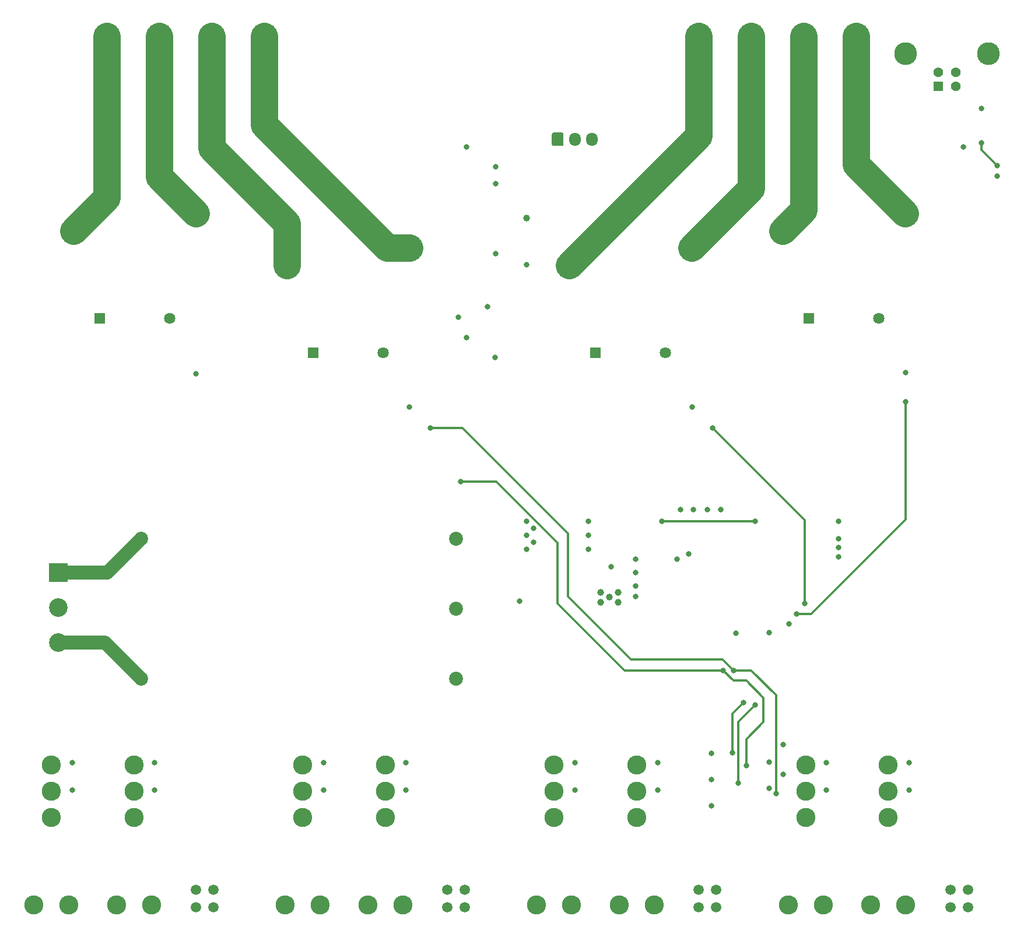
<source format=gbl>
%TF.GenerationSoftware,KiCad,Pcbnew,5.1.10-88a1d61d58~90~ubuntu20.04.1*%
%TF.CreationDate,2021-10-18T00:45:22+03:00*%
%TF.ProjectId,PRS_relay_board,5052535f-7265-46c6-9179-5f626f617264,rev?*%
%TF.SameCoordinates,Original*%
%TF.FileFunction,Copper,L4,Bot*%
%TF.FilePolarity,Positive*%
%FSLAX46Y46*%
G04 Gerber Fmt 4.6, Leading zero omitted, Abs format (unit mm)*
G04 Created by KiCad (PCBNEW 5.1.10-88a1d61d58~90~ubuntu20.04.1) date 2021-10-18 00:45:22*
%MOMM*%
%LPD*%
G01*
G04 APERTURE LIST*
%TA.AperFunction,ComponentPad*%
%ADD10C,2.775000*%
%TD*%
%TA.AperFunction,ComponentPad*%
%ADD11C,1.800000*%
%TD*%
%TA.AperFunction,ComponentPad*%
%ADD12C,3.316000*%
%TD*%
%TA.AperFunction,ComponentPad*%
%ADD13C,1.428000*%
%TD*%
%TA.AperFunction,ComponentPad*%
%ADD14R,1.428000X1.428000*%
%TD*%
%TA.AperFunction,ComponentPad*%
%ADD15C,2.400000*%
%TD*%
%TA.AperFunction,ComponentPad*%
%ADD16C,3.076000*%
%TD*%
%TA.AperFunction,ComponentPad*%
%ADD17C,2.970000*%
%TD*%
%TA.AperFunction,ComponentPad*%
%ADD18R,1.635000X1.635000*%
%TD*%
%TA.AperFunction,ComponentPad*%
%ADD19C,1.635000*%
%TD*%
%TA.AperFunction,ComponentPad*%
%ADD20C,2.700000*%
%TD*%
%TA.AperFunction,ComponentPad*%
%ADD21R,2.700000X2.700000*%
%TD*%
%TA.AperFunction,ComponentPad*%
%ADD22C,1.500000*%
%TD*%
%TA.AperFunction,ComponentPad*%
%ADD23C,2.025000*%
%TD*%
%TA.AperFunction,ComponentPad*%
%ADD24O,1.700000X1.950000*%
%TD*%
%TA.AperFunction,ViaPad*%
%ADD25C,0.800000*%
%TD*%
%TA.AperFunction,ViaPad*%
%ADD26C,1.000000*%
%TD*%
%TA.AperFunction,Conductor*%
%ADD27C,2.000000*%
%TD*%
%TA.AperFunction,Conductor*%
%ADD28C,0.350000*%
%TD*%
%TA.AperFunction,Conductor*%
%ADD29C,4.000000*%
%TD*%
G04 APERTURE END LIST*
D10*
%TO.P,S8,1*%
%TO.N,Net-(S8-Pad1)*%
X188500000Y-168500000D03*
%TO.P,S8,2*%
%TO.N,Net-(R34-Pad2)*%
X188500000Y-164690000D03*
%TO.P,S8,3*%
%TO.N,GND*%
X188500000Y-160880000D03*
%TO.P,S8,MH1*%
%TO.N,Net-(S8-PadMH1)*%
X191040000Y-181200000D03*
%TO.P,S8,MH2*%
%TO.N,Net-(S8-PadMH2)*%
X185960000Y-181200000D03*
%TD*%
%TO.P,S7,1*%
%TO.N,Net-(S7-Pad1)*%
X176500000Y-168500000D03*
%TO.P,S7,2*%
%TO.N,Net-(R33-Pad2)*%
X176500000Y-164690000D03*
%TO.P,S7,3*%
%TO.N,GND*%
X176500000Y-160880000D03*
%TO.P,S7,MH1*%
%TO.N,Net-(S7-PadMH1)*%
X179040000Y-181200000D03*
%TO.P,S7,MH2*%
%TO.N,Net-(S7-PadMH2)*%
X173960000Y-181200000D03*
%TD*%
%TO.P,S6,1*%
%TO.N,Net-(S6-Pad1)*%
X152000000Y-168500000D03*
%TO.P,S6,2*%
%TO.N,Net-(R29-Pad2)*%
X152000000Y-164690000D03*
%TO.P,S6,3*%
%TO.N,GND*%
X152000000Y-160880000D03*
%TO.P,S6,MH1*%
%TO.N,Net-(S6-PadMH1)*%
X154540000Y-181200000D03*
%TO.P,S6,MH2*%
%TO.N,Net-(S6-PadMH2)*%
X149460000Y-181200000D03*
%TD*%
%TO.P,S5,1*%
%TO.N,Net-(S5-Pad1)*%
X140000000Y-168500000D03*
%TO.P,S5,2*%
%TO.N,Net-(R28-Pad2)*%
X140000000Y-164690000D03*
%TO.P,S5,3*%
%TO.N,GND*%
X140000000Y-160880000D03*
%TO.P,S5,MH1*%
%TO.N,Net-(S5-PadMH1)*%
X142540000Y-181200000D03*
%TO.P,S5,MH2*%
%TO.N,Net-(S5-PadMH2)*%
X137460000Y-181200000D03*
%TD*%
%TO.P,S4,1*%
%TO.N,Net-(S4-Pad1)*%
X115500000Y-168500000D03*
%TO.P,S4,2*%
%TO.N,Net-(R17-Pad2)*%
X115500000Y-164690000D03*
%TO.P,S4,3*%
%TO.N,GND*%
X115500000Y-160880000D03*
%TO.P,S4,MH1*%
%TO.N,Net-(S4-PadMH1)*%
X118040000Y-181200000D03*
%TO.P,S4,MH2*%
%TO.N,Net-(S4-PadMH2)*%
X112960000Y-181200000D03*
%TD*%
%TO.P,S3,1*%
%TO.N,Net-(S3-Pad1)*%
X103500000Y-168500000D03*
%TO.P,S3,2*%
%TO.N,Net-(R16-Pad2)*%
X103500000Y-164690000D03*
%TO.P,S3,3*%
%TO.N,GND*%
X103500000Y-160880000D03*
%TO.P,S3,MH1*%
%TO.N,Net-(S3-PadMH1)*%
X106040000Y-181200000D03*
%TO.P,S3,MH2*%
%TO.N,Net-(S3-PadMH2)*%
X100960000Y-181200000D03*
%TD*%
%TO.P,S2,1*%
%TO.N,Net-(S2-Pad1)*%
X79000000Y-168500000D03*
%TO.P,S2,2*%
%TO.N,Net-(R7-Pad2)*%
X79000000Y-164690000D03*
%TO.P,S2,3*%
%TO.N,GND*%
X79000000Y-160880000D03*
%TO.P,S2,MH1*%
%TO.N,Net-(S2-PadMH1)*%
X81540000Y-181200000D03*
%TO.P,S2,MH2*%
%TO.N,Net-(S2-PadMH2)*%
X76460000Y-181200000D03*
%TD*%
%TO.P,S1,1*%
%TO.N,Net-(S1-Pad1)*%
X67000000Y-168500000D03*
%TO.P,S1,2*%
%TO.N,Net-(R6-Pad2)*%
X67000000Y-164690000D03*
%TO.P,S1,3*%
%TO.N,GND*%
X67000000Y-160880000D03*
%TO.P,S1,MH1*%
%TO.N,Net-(S1-PadMH1)*%
X69540000Y-181200000D03*
%TO.P,S1,MH2*%
%TO.N,Net-(S1-PadMH2)*%
X64460000Y-181200000D03*
%TD*%
D11*
%TO.P,RV4,2*%
%TO.N,/Relays/RELAY4_NO*%
X82500000Y-66100000D03*
%TO.P,RV4,1*%
%TO.N,/Relays/RELAY4_COM*%
X75000000Y-63000000D03*
%TD*%
%TO.P,RV3,2*%
%TO.N,/Relays/RELAY3_NO*%
X97800000Y-66100000D03*
%TO.P,RV3,1*%
%TO.N,/Relays/RELAY3_COM*%
X90300000Y-63000000D03*
%TD*%
%TO.P,RV2,2*%
%TO.N,/Relays/RELAY2_NO*%
X168500000Y-66100000D03*
%TO.P,RV2,1*%
%TO.N,/Relays/RELAY2_COM*%
X161000000Y-63000000D03*
%TD*%
%TO.P,RV1,2*%
%TO.N,/Relays/RELAY1_NO*%
X183800000Y-66100000D03*
%TO.P,RV1,1*%
%TO.N,/Relays/RELAY1_COM*%
X176300000Y-63000000D03*
%TD*%
D12*
%TO.P,J3,SH2*%
%TO.N,Net-(J3-PadSH1)*%
X191000000Y-57590000D03*
%TO.P,J3,SH1*%
X203040000Y-57590000D03*
D13*
%TO.P,J3,4*%
%TO.N,GND*%
X195770000Y-60300000D03*
%TO.P,J3,3*%
%TO.N,/MCU/EXT_USB_D+*%
X198270000Y-60300000D03*
D14*
%TO.P,J3,1*%
%TO.N,/MCU/VBUS*%
X195770000Y-62300000D03*
D13*
%TO.P,J3,2*%
%TO.N,/MCU/EXT_USB_D-*%
X198270000Y-62300000D03*
%TD*%
D15*
%TO.P,J2,4*%
%TO.N,/Relays/RELAY3_NO*%
X97860000Y-55000000D03*
%TO.P,J2,3*%
%TO.N,/Relays/RELAY3_COM*%
X90240000Y-55000000D03*
%TO.P,J2,2*%
%TO.N,/Relays/RELAY4_NO*%
X82620000Y-55000000D03*
%TO.P,J2,1*%
%TO.N,/Relays/RELAY4_COM*%
X75000000Y-55000000D03*
%TD*%
%TO.P,J1,4*%
%TO.N,/Relays/RELAY1_NO*%
X183860000Y-55000000D03*
%TO.P,J1,3*%
%TO.N,/Relays/RELAY1_COM*%
X176240000Y-55000000D03*
%TO.P,J1,2*%
%TO.N,/Relays/RELAY2_NO*%
X168620000Y-55000000D03*
%TO.P,J1,1*%
%TO.N,/Relays/RELAY2_COM*%
X161000000Y-55000000D03*
%TD*%
D16*
%TO.P,K4,NO*%
%TO.N,/Relays/RELAY4_NO*%
X87970000Y-80760000D03*
D17*
%TO.P,K4,C*%
%TO.N,/Relays/RELAY4_COM*%
X70190000Y-83300000D03*
D18*
%TO.P,K4,A1*%
%TO.N,+12V*%
X74000000Y-96000000D03*
D19*
%TO.P,K4,A2*%
%TO.N,Net-(D8-Pad1)*%
X84160000Y-96000000D03*
%TD*%
D16*
%TO.P,K3,NO*%
%TO.N,/Relays/RELAY3_NO*%
X118970000Y-85760000D03*
D17*
%TO.P,K3,C*%
%TO.N,/Relays/RELAY3_COM*%
X101190000Y-88300000D03*
D18*
%TO.P,K3,A1*%
%TO.N,+12V*%
X105000000Y-101000000D03*
D19*
%TO.P,K3,A2*%
%TO.N,Net-(D6-Pad1)*%
X115160000Y-101000000D03*
%TD*%
D16*
%TO.P,K2,NO*%
%TO.N,/Relays/RELAY2_NO*%
X159970000Y-85760000D03*
D17*
%TO.P,K2,C*%
%TO.N,/Relays/RELAY2_COM*%
X142190000Y-88300000D03*
D18*
%TO.P,K2,A1*%
%TO.N,+12V*%
X146000000Y-101000000D03*
D19*
%TO.P,K2,A2*%
%TO.N,Net-(D4-Pad1)*%
X156160000Y-101000000D03*
%TD*%
D16*
%TO.P,K1,NO*%
%TO.N,/Relays/RELAY1_NO*%
X190970000Y-80760000D03*
D17*
%TO.P,K1,C*%
%TO.N,/Relays/RELAY1_COM*%
X173190000Y-83300000D03*
D18*
%TO.P,K1,A1*%
%TO.N,+12V*%
X177000000Y-96000000D03*
D19*
%TO.P,K1,A2*%
%TO.N,Net-(D2-Pad1)*%
X187160000Y-96000000D03*
%TD*%
D20*
%TO.P,J5,3*%
%TO.N,/Power/L*%
X68000000Y-143080000D03*
%TO.P,J5,2*%
%TO.N,Net-(J5-Pad2)*%
X68000000Y-138000000D03*
D21*
%TO.P,J5,1*%
%TO.N,/Power/N*%
X68000000Y-132920000D03*
%TD*%
D22*
%TO.P,LED4,4*%
%TO.N,GND*%
X200040000Y-178960000D03*
%TO.P,LED4,3*%
%TO.N,Net-(LED4-Pad3)*%
X197500000Y-178960000D03*
%TO.P,LED4,2*%
%TO.N,Net-(LED4-Pad2)*%
X200040000Y-181500000D03*
%TO.P,LED4,1*%
%TO.N,+3V3*%
X197500000Y-181500000D03*
%TD*%
%TO.P,LED3,4*%
%TO.N,GND*%
X163540000Y-178960000D03*
%TO.P,LED3,3*%
%TO.N,Net-(LED3-Pad3)*%
X161000000Y-178960000D03*
%TO.P,LED3,2*%
%TO.N,Net-(LED3-Pad2)*%
X163540000Y-181500000D03*
%TO.P,LED3,1*%
%TO.N,+3V3*%
X161000000Y-181500000D03*
%TD*%
%TO.P,LED2,4*%
%TO.N,GND*%
X127040000Y-178960000D03*
%TO.P,LED2,3*%
%TO.N,Net-(LED2-Pad3)*%
X124500000Y-178960000D03*
%TO.P,LED2,2*%
%TO.N,Net-(LED2-Pad2)*%
X127040000Y-181500000D03*
%TO.P,LED2,1*%
%TO.N,+3V3*%
X124500000Y-181500000D03*
%TD*%
%TO.P,LED1,4*%
%TO.N,GND*%
X90540000Y-178960000D03*
%TO.P,LED1,3*%
%TO.N,Net-(LED1-Pad3)*%
X88000000Y-178960000D03*
%TO.P,LED1,2*%
%TO.N,Net-(LED1-Pad2)*%
X90540000Y-181500000D03*
%TO.P,LED1,1*%
%TO.N,+3V3*%
X88000000Y-181500000D03*
%TD*%
D23*
%TO.P,PS1,1*%
%TO.N,/Power/N*%
X80000000Y-128000000D03*
%TO.P,PS1,2*%
%TO.N,/Power/L*%
X80000000Y-148320000D03*
%TO.P,PS1,3*%
%TO.N,Net-(PS1-Pad3)*%
X125720000Y-148320000D03*
%TO.P,PS1,4*%
%TO.N,GND*%
X125720000Y-138160000D03*
%TO.P,PS1,5*%
%TO.N,+12V*%
X125720000Y-128000000D03*
%TD*%
D24*
%TO.P,J6,3*%
%TO.N,Net-(J6-Pad3)*%
X145500000Y-70000000D03*
%TO.P,J6,2*%
%TO.N,Net-(D9-Pad1)*%
X143000000Y-70000000D03*
%TO.P,J6,1*%
%TO.N,+12V*%
%TA.AperFunction,ComponentPad*%
G36*
G01*
X139650000Y-70725000D02*
X139650000Y-69275000D01*
G75*
G02*
X139900000Y-69025000I250000J0D01*
G01*
X141100000Y-69025000D01*
G75*
G02*
X141350000Y-69275000I0J-250000D01*
G01*
X141350000Y-70725000D01*
G75*
G02*
X141100000Y-70975000I-250000J0D01*
G01*
X139900000Y-70975000D01*
G75*
G02*
X139650000Y-70725000I0J250000D01*
G01*
G37*
%TD.AperFunction*%
%TD*%
D25*
%TO.N,GND*%
X70000000Y-160500000D03*
X106500000Y-160500000D03*
X82000000Y-160500000D03*
X118500000Y-160500000D03*
X143000000Y-160500000D03*
X155000000Y-160500000D03*
X191500000Y-160500000D03*
X179500000Y-160500000D03*
X88000000Y-104000000D03*
X162800000Y-166800000D03*
X162800000Y-163000000D03*
X162800000Y-159200000D03*
X171200000Y-160450000D03*
X171200000Y-164250000D03*
D26*
X136000000Y-81400028D03*
D25*
X131500000Y-86600000D03*
X136000000Y-88200000D03*
X119000000Y-108900000D03*
X160000000Y-108900000D03*
X191000000Y-103900000D03*
X127300000Y-71100000D03*
X166400000Y-141700000D03*
X174100000Y-140400000D03*
X151800000Y-136400000D03*
X151800000Y-134900000D03*
X181300000Y-125500000D03*
X181300000Y-128000000D03*
X181300000Y-129300000D03*
X159500000Y-130200000D03*
X130300000Y-94300000D03*
X131400000Y-101700000D03*
X127300000Y-98800000D03*
X173200000Y-162200000D03*
X135000000Y-137100000D03*
X148300000Y-132100000D03*
X136000000Y-125500000D03*
X137000000Y-126500000D03*
X136000000Y-127500000D03*
X137000000Y-128500000D03*
X136000000Y-129500000D03*
X145000000Y-125500000D03*
X145000000Y-127500000D03*
X145000000Y-129500000D03*
X158300000Y-123800000D03*
X151800000Y-132900000D03*
X151800000Y-131000000D03*
X202004074Y-65504074D03*
X204300000Y-75300000D03*
X199400000Y-71100000D03*
%TO.N,+3V3*%
X70000000Y-164500000D03*
X106500000Y-164500000D03*
X82000000Y-164500000D03*
X118500000Y-164500000D03*
X143000000Y-164500000D03*
X155000000Y-164500000D03*
X191500000Y-164500000D03*
X179500000Y-164500000D03*
X171200000Y-141600000D03*
X181300000Y-130600000D03*
X160200000Y-123800000D03*
X162200000Y-123800000D03*
X126100000Y-95800000D03*
X173200000Y-157900000D03*
D26*
X146750000Y-137250000D03*
X146750000Y-135750000D03*
X149250000Y-135750000D03*
X149250000Y-137250000D03*
X148000000Y-136500000D03*
D25*
X164200000Y-123800000D03*
X157800000Y-131000000D03*
%TO.N,+12V*%
X131500000Y-76400000D03*
X131500000Y-74000000D03*
%TO.N,/MCU/VBUS*%
X202000000Y-70500000D03*
X204300000Y-73800000D03*
%TO.N,/MCU/~RST*%
X169200000Y-125500000D03*
X155600000Y-125500000D03*
%TO.N,/Front Panel/RELAY3_OUT*%
X166000000Y-147100000D03*
%TO.N,/Front Panel/RELAY4_OUT*%
X164500000Y-147100000D03*
X167900000Y-160900000D03*
X126400000Y-119700000D03*
%TO.N,/Front Panel/RELAY3_OUT*%
X172200000Y-165000000D03*
X122000000Y-111900000D03*
%TO.N,/Front Panel/RELAY2_OUT*%
X166700000Y-163500000D03*
X176400000Y-137400000D03*
X163000010Y-111900000D03*
X169200000Y-152100000D03*
%TO.N,/Front Panel/RELAY1_OUT*%
X191000000Y-108100000D03*
X165900000Y-159100000D03*
X175200000Y-138900000D03*
X167500000Y-151800000D03*
%TD*%
D27*
%TO.N,/Power/N*%
X75080000Y-132920000D02*
X80000000Y-128000000D01*
X68000000Y-132920000D02*
X75080000Y-132920000D01*
%TO.N,/Power/L*%
X74760000Y-143080000D02*
X80000000Y-148320000D01*
X68000000Y-143080000D02*
X74760000Y-143080000D01*
D28*
%TO.N,/MCU/VBUS*%
X202000000Y-71500000D02*
X204300000Y-73800000D01*
X202000000Y-70500000D02*
X202000000Y-71500000D01*
%TO.N,/MCU/~RST*%
X169200000Y-125500000D02*
X155600000Y-125500000D01*
%TO.N,/Front Panel/RELAY4_OUT*%
X164500000Y-147100000D02*
X150200000Y-147100000D01*
X150200000Y-147100000D02*
X140500000Y-137400000D01*
X140500000Y-128630998D02*
X131569002Y-119700000D01*
X140500000Y-137400000D02*
X140500000Y-128630998D01*
X131569002Y-119700000D02*
X126400000Y-119700000D01*
X164500000Y-147100000D02*
X166000000Y-148600000D01*
X166000000Y-148600000D02*
X167900000Y-148600000D01*
X167900000Y-148600000D02*
X170400000Y-151100000D01*
X170400000Y-151100000D02*
X170400000Y-154600000D01*
X167900000Y-157100000D02*
X167900000Y-160900000D01*
X170400000Y-154600000D02*
X167900000Y-157100000D01*
%TO.N,/Front Panel/RELAY3_OUT*%
X142000000Y-136400000D02*
X142000000Y-127200000D01*
X142000000Y-127200000D02*
X126700000Y-111900000D01*
X166000000Y-147100000D02*
X164400000Y-145500000D01*
X164400000Y-145500000D02*
X151100000Y-145500000D01*
X151100000Y-145500000D02*
X142000000Y-136400000D01*
X126700000Y-111900000D02*
X122000000Y-111900000D01*
X172200000Y-150700000D02*
X172200000Y-165000000D01*
X168600000Y-147100000D02*
X172200000Y-150700000D01*
X166000000Y-147100000D02*
X168600000Y-147100000D01*
%TO.N,/Front Panel/RELAY2_OUT*%
X176400000Y-137400000D02*
X176400000Y-125299990D01*
X176400000Y-125299990D02*
X163000010Y-111900000D01*
X166700000Y-154600000D02*
X166700000Y-163500000D01*
X169200000Y-152100000D02*
X166700000Y-154600000D01*
%TO.N,/Front Panel/RELAY1_OUT*%
X177300000Y-138900000D02*
X175200000Y-138900000D01*
X191000000Y-125200000D02*
X177300000Y-138900000D01*
X191000000Y-108100000D02*
X191000000Y-125200000D01*
X165900000Y-153400000D02*
X165900000Y-159100000D01*
X167500000Y-151800000D02*
X165900000Y-153400000D01*
D29*
%TO.N,/Relays/RELAY2_NO*%
X168620000Y-77110000D02*
X159970000Y-85760000D01*
X168620000Y-55000000D02*
X168620000Y-77110000D01*
%TO.N,/Relays/RELAY2_COM*%
X161000000Y-69490000D02*
X142190000Y-88300000D01*
X161000000Y-55000000D02*
X161000000Y-69490000D01*
%TO.N,/Relays/RELAY1_NO*%
X183860000Y-73650000D02*
X190970000Y-80760000D01*
X183860000Y-55000000D02*
X183860000Y-73650000D01*
%TO.N,/Relays/RELAY1_COM*%
X176240000Y-80250000D02*
X173190000Y-83300000D01*
X176240000Y-55000000D02*
X176240000Y-80250000D01*
%TO.N,/Relays/RELAY4_NO*%
X82620000Y-75410000D02*
X87970000Y-80760000D01*
X82620000Y-55000000D02*
X82620000Y-75410000D01*
%TO.N,/Relays/RELAY4_COM*%
X75000000Y-78490000D02*
X70190000Y-83300000D01*
X75000000Y-55000000D02*
X75000000Y-78490000D01*
%TO.N,/Relays/RELAY3_NO*%
X115760000Y-85760000D02*
X118970000Y-85760000D01*
X97860000Y-67860000D02*
X115760000Y-85760000D01*
X97860000Y-55000000D02*
X97860000Y-67860000D01*
%TO.N,/Relays/RELAY3_COM*%
X101190000Y-82190000D02*
X101190000Y-88300000D01*
X90240000Y-71240000D02*
X101190000Y-82190000D01*
X90240000Y-55000000D02*
X90240000Y-71240000D01*
%TD*%
M02*

</source>
